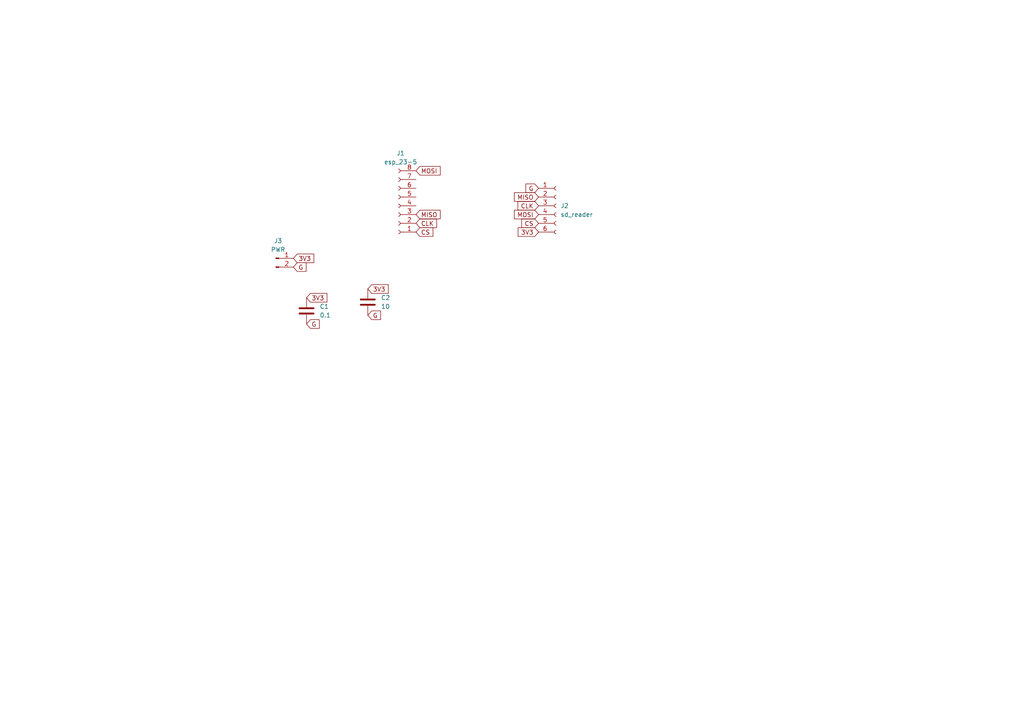
<source format=kicad_sch>
(kicad_sch (version 20250114) (generator "eeschema") (generator_version "9.0")
  (paper "A4")
  (lib_symbols
    (symbol "Connector:Conn_01x02_Pin" (pin_names (offset 1.016) (hide yes))
      (property "Reference" "J" (at 0 2.54 0))
      (property "Value" "Conn_01x02_Pin" (at 0 -5.08 0))
      (symbol "Conn_01x02_Pin_1_1"
        (rectangle (start 0.8636 0.127) (end 0 -0.127) (stroke (width 0.1524)) (fill (type outline)))
        (rectangle (start 0.8636 -2.413) (end 0 -2.667) (stroke (width 0.1524)) (fill (type outline)))
        (polyline (pts (xy 1.27 0) (xy 0.8636 0)) (stroke (width 0.1524)))
        (polyline (pts (xy 1.27 -2.54) (xy 0.8636 -2.54)) (stroke (width 0.1524)))
        (pin passive line (at 5.08 0 180) (length 3.81) (name "Pin_1") (number "1"))
        (pin passive line (at 5.08 -2.54 180) (length 3.81) (name "Pin_2") (number "2"))
      )
    )
    (symbol "Connector:Conn_01x06_Socket" (pin_names (offset 1.016) (hide yes))
      (property "Reference" "J" (at 0 7.62 0))
      (property "Value" "Conn_01x06_Socket" (at 0 -10.16 0))
      (symbol "Conn_01x06_Socket_1_1"
        (polyline (pts (xy -1.27 5.08) (xy -0.508 5.08)) (stroke (width 0.1524)))
        (polyline (pts (xy -1.27 2.54) (xy -0.508 2.54)) (stroke (width 0.1524)))
        (polyline (pts (xy -1.27 0) (xy -0.508 0)) (stroke (width 0.1524)))
        (polyline (pts (xy -1.27 -2.54) (xy -0.508 -2.54)) (stroke (width 0.1524)))
        (polyline (pts (xy -1.27 -5.08) (xy -0.508 -5.08)) (stroke (width 0.1524)))
        (polyline (pts (xy -1.27 -7.62) (xy -0.508 -7.62)) (stroke (width 0.1524)))
        (arc (start 0 4.572) (mid -0.5058 5.08) (end 0 5.588) (stroke (width 0.1524)))
        (arc (start 0 2.032) (mid -0.5058 2.54) (end 0 3.048) (stroke (width 0.1524)))
        (arc (start 0 -0.508) (mid -0.5058 0) (end 0 0.508) (stroke (width 0.1524)))
        (arc (start 0 -3.048) (mid -0.5058 -2.54) (end 0 -2.032) (stroke (width 0.1524)))
        (arc (start 0 -5.588) (mid -0.5058 -5.08) (end 0 -4.572) (stroke (width 0.1524)))
        (arc (start 0 -8.128) (mid -0.5058 -7.62) (end 0 -7.112) (stroke (width 0.1524)))
        (pin passive line (at -5.08 5.08 0) (length 3.81) (name "Pin_1") (number "1"))
        (pin passive line (at -5.08 2.54 0) (length 3.81) (name "Pin_2") (number "2"))
        (pin passive line (at -5.08 0 0) (length 3.81) (name "Pin_3") (number "3"))
        (pin passive line (at -5.08 -2.54 0) (length 3.81) (name "Pin_4") (number "4"))
        (pin passive line (at -5.08 -5.08 0) (length 3.81) (name "Pin_5") (number "5"))
        (pin passive line (at -5.08 -7.62 0) (length 3.81) (name "Pin_6") (number "6"))
      )
    )
    (symbol "Connector:Conn_01x08_Socket" (pin_names (offset 1.016) (hide yes))
      (property "Reference" "J" (at 0 10.16 0))
      (property "Value" "Conn_01x08_Socket" (at 0 -12.7 0))
      (symbol "Conn_01x08_Socket_1_1"
        (polyline (pts (xy -1.27 7.62) (xy -0.508 7.62)) (stroke (width 0.1524)))
        (polyline (pts (xy -1.27 5.08) (xy -0.508 5.08)) (stroke (width 0.1524)))
        (polyline (pts (xy -1.27 2.54) (xy -0.508 2.54)) (stroke (width 0.1524)))
        (polyline (pts (xy -1.27 0) (xy -0.508 0)) (stroke (width 0.1524)))
        (polyline (pts (xy -1.27 -2.54) (xy -0.508 -2.54)) (stroke (width 0.1524)))
        (polyline (pts (xy -1.27 -5.08) (xy -0.508 -5.08)) (stroke (width 0.1524)))
        (polyline (pts (xy -1.27 -7.62) (xy -0.508 -7.62)) (stroke (width 0.1524)))
        (polyline (pts (xy -1.27 -10.16) (xy -0.508 -10.16)) (stroke (width 0.1524)))
        (arc (start 0 7.112) (mid -0.5058 7.62) (end 0 8.128) (stroke (width 0.1524)))
        (arc (start 0 4.572) (mid -0.5058 5.08) (end 0 5.588) (stroke (width 0.1524)))
        (arc (start 0 2.032) (mid -0.5058 2.54) (end 0 3.048) (stroke (width 0.1524)))
        (arc (start 0 -0.508) (mid -0.5058 0) (end 0 0.508) (stroke (width 0.1524)))
        (arc (start 0 -3.048) (mid -0.5058 -2.54) (end 0 -2.032) (stroke (width 0.1524)))
        (arc (start 0 -5.588) (mid -0.5058 -5.08) (end 0 -4.572) (stroke (width 0.1524)))
        (arc (start 0 -8.128) (mid -0.5058 -7.62) (end 0 -7.112) (stroke (width 0.1524)))
        (arc (start 0 -10.668) (mid -0.5058 -10.16) (end 0 -9.652) (stroke (width 0.1524)))
        (pin passive line (at -5.08 7.62 0) (length 3.81) (name "Pin_1") (number "1"))
        (pin passive line (at -5.08 5.08 0) (length 3.81) (name "Pin_2") (number "2"))
        (pin passive line (at -5.08 2.54 0) (length 3.81) (name "Pin_3") (number "3"))
        (pin passive line (at -5.08 0 0) (length 3.81) (name "Pin_4") (number "4"))
        (pin passive line (at -5.08 -2.54 0) (length 3.81) (name "Pin_5") (number "5"))
        (pin passive line (at -5.08 -5.08 0) (length 3.81) (name "Pin_6") (number "6"))
        (pin passive line (at -5.08 -7.62 0) (length 3.81) (name "Pin_7") (number "7"))
        (pin passive line (at -5.08 -10.16 0) (length 3.81) (name "Pin_8") (number "8"))
      )
    )
    (symbol "Device:C" (pin_numbers (hide yes)) (pin_names (offset 0.254))
      (property "Reference" "C" (at 0.635 2.54 0))
      (property "Value" "C" (at 0.635 -2.54 0))
      (symbol "C_0_1"
        (polyline (pts (xy -2.032 0.762) (xy 2.032 0.762)) (stroke (width 0.508)))
        (polyline (pts (xy -2.032 -0.762) (xy 2.032 -0.762)) (stroke (width 0.508)))
      )
      (symbol "C_1_1"
        (pin passive line (at 0 3.81 270) (length 2.794) (name "~") (number "1"))
        (pin passive line (at 0 -3.81 90) (length 2.794) (name "~") (number "2"))
      )
    )
  )
  (global_label "MISO" (shape input) (at 120.65 62.23 0) (property "Intersheetrefs" "${INTERSHEET_REFS}" (effects (hide yes))))
  (global_label "G" (shape input) (at 88.9 93.98 0) (property "Intersheetrefs" "${INTERSHEET_REFS}" (effects (hide yes))))
  (global_label "MOSI" (shape input) (at 120.65 49.53 0) (property "Intersheetrefs" "${INTERSHEET_REFS}" (effects (hide yes))))
  (global_label "3V3" (shape input) (at 85.09 74.93 0) (property "Intersheetrefs" "${INTERSHEET_REFS}" (effects (hide yes))))
  (global_label "MOSI" (shape input) (at 156.21 62.23 180) (property "Intersheetrefs" "${INTERSHEET_REFS}" (effects (hide yes))))
  (global_label "CLK" (shape input) (at 120.65 64.77 0) (property "Intersheetrefs" "${INTERSHEET_REFS}" (effects (hide yes))))
  (global_label "MISO" (shape input) (at 156.21 57.15 180) (property "Intersheetrefs" "${INTERSHEET_REFS}" (effects (hide yes))))
  (global_label "CS" (shape input) (at 156.21 64.77 180) (property "Intersheetrefs" "${INTERSHEET_REFS}" (effects (hide yes))))
  (global_label "3V3" (shape input) (at 156.21 67.31 180) (property "Intersheetrefs" "${INTERSHEET_REFS}" (effects (hide yes))))
  (global_label "G" (shape input) (at 156.21 54.61 180) (property "Intersheetrefs" "${INTERSHEET_REFS}" (effects (hide yes))))
  (global_label "CS" (shape input) (at 120.65 67.31 0) (property "Intersheetrefs" "${INTERSHEET_REFS}" (effects (hide yes))))
  (global_label "G" (shape input) (at 85.09 77.47 0) (property "Intersheetrefs" "${INTERSHEET_REFS}" (effects (hide yes))))
  (global_label "G" (shape input) (at 106.68 91.44 0) (property "Intersheetrefs" "${INTERSHEET_REFS}" (effects (hide yes))))
  (global_label "3V3" (shape input) (at 88.9 86.36 0) (property "Intersheetrefs" "${INTERSHEET_REFS}" (effects (hide yes))))
  (global_label "3V3" (shape input) (at 106.68 83.82 0) (property "Intersheetrefs" "${INTERSHEET_REFS}" (effects (hide yes))))
  (global_label "CLK" (shape input) (at 156.21 59.69 180) (property "Intersheetrefs" "${INTERSHEET_REFS}" (effects (hide yes))))
  (symbol (lib_id "Connector:Conn_01x06_Socket") (at 161.29 59.69 0) (unit 1)
    (property "Reference" "J2" (at 162.56 59.6899 0) (effects (justify left)))
    (property "Value" "sd_reader" (at 162.56 62.2299 0) (effects (justify left)))
    (property "Footprint" "Connector_PinHeader_2.54mm:PinHeader_1x06_P2.54mm_Vertical" (effects (hide yes)))
    (property "Description" "Generic connector, single row, 01x06, script generated" (effects (hide yes)))
  )
  (symbol (lib_id "Device:C") (at 88.9 90.17 0) (unit 1)
    (property "Reference" "C1" (at 92.71 88.8999 0) (effects (justify left)))
    (property "Value" "0.1" (at 92.71 91.4399 0) (effects (justify left)))
    (property "Footprint" "Capacitor_THT:CP_Radial_D5.0mm_P2.50mm" (effects (hide yes)))
    (property "Description" "Unpolarized capacitor" (effects (hide yes)))
  )
  (symbol (lib_id "Connector:Conn_01x08_Socket") (at 115.57 59.69 180) (unit 1)
    (property "Reference" "J1" (at 116.205 44.45 0))
    (property "Value" "esp_23-5" (at 116.205 46.99 0))
    (property "Footprint" "Connector_PinHeader_2.54mm:PinHeader_1x08_P2.54mm_Vertical" (effects (hide yes)))
    (property "Description" "Generic connector, single row, 01x08, script generated" (effects (hide yes)))
  )
  (symbol (lib_id "Connector:Conn_01x02_Pin") (at 80.01 74.93 0) (unit 1)
    (property "Reference" "J3" (at 80.645 69.85 0))
    (property "Value" "PWR" (at 80.645 72.39 0))
    (property "Footprint" "Connector_PinHeader_2.54mm:PinHeader_1x02_P2.54mm_Vertical" (effects (hide yes)))
    (property "Description" "Generic connector, single row, 01x02, script generated" (effects (hide yes)))
  )
  (symbol (lib_id "Device:C") (at 106.68 87.63 0) (unit 1)
    (property "Reference" "C2" (at 110.49 86.3599 0) (effects (justify left)))
    (property "Value" "10" (at 110.49 88.8999 0) (effects (justify left)))
    (property "Footprint" "Capacitor_THT:CP_Radial_D5.0mm_P2.50mm" (effects (hide yes)))
    (property "Description" "Unpolarized capacitor" (effects (hide yes)))
  )
)
</source>
